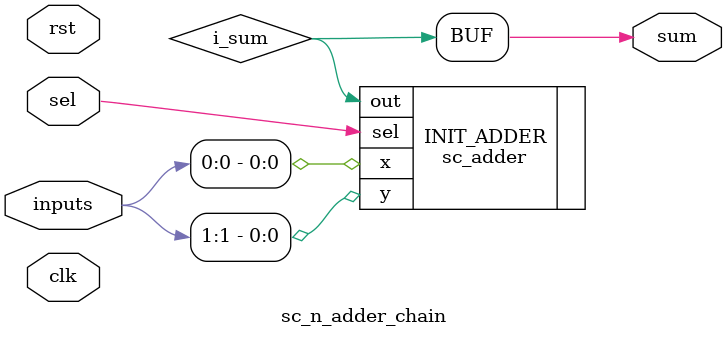
<source format=v>

module sc_n_adder_chain #(
   parameter N = 2
) ( 
   input clk,
   input rst,
   input [N-1:0] inputs, // N inputs
   input [N-2:0] sel,    // N-1 select streams
   output sum
);

   wire [N-3:0] shifted_element;
   genvar shift;
   generate
      // shift n-2 inputs (first two inputs are fed directly into adder).
      for(shift = 2; shift < N; shift = shift + 1) begin : shiftReg
         shift_register SHIFT(.clk(clk), 
                              .rst(rst), 
                              .data_in(inputs[shift]), 
                              .data_out(shifted_element[shift-2]), 
                              .shift(shift-1));
      end
   endgenerate

   // add first two elements
   wire [N-2:0] i_sum; // intermediate sums (N-1 intermediate wires)
   sc_adder INIT_ADDER(.x(inputs[0]), .y(inputs[1]), .sel(sel[0]), .out(i_sum[0]));
   
   genvar i;
   generate 
      // add the remaining N-2 inputs
      for(i = 0; i < N-2; i = i + 1) begin : ADDER_CHAIN
         sc_adder ADDER(.x(i_sum[i]),
                        .y(shifted_element[i]),
                        .sel(sel[i+1]),
                        .out(i_sum[i+1]));
      end
   endgenerate
   
   assign sum = i_sum[N-2]; // assign the last intermediate output to the output of this module
endmodule // n_adder_chain

</source>
